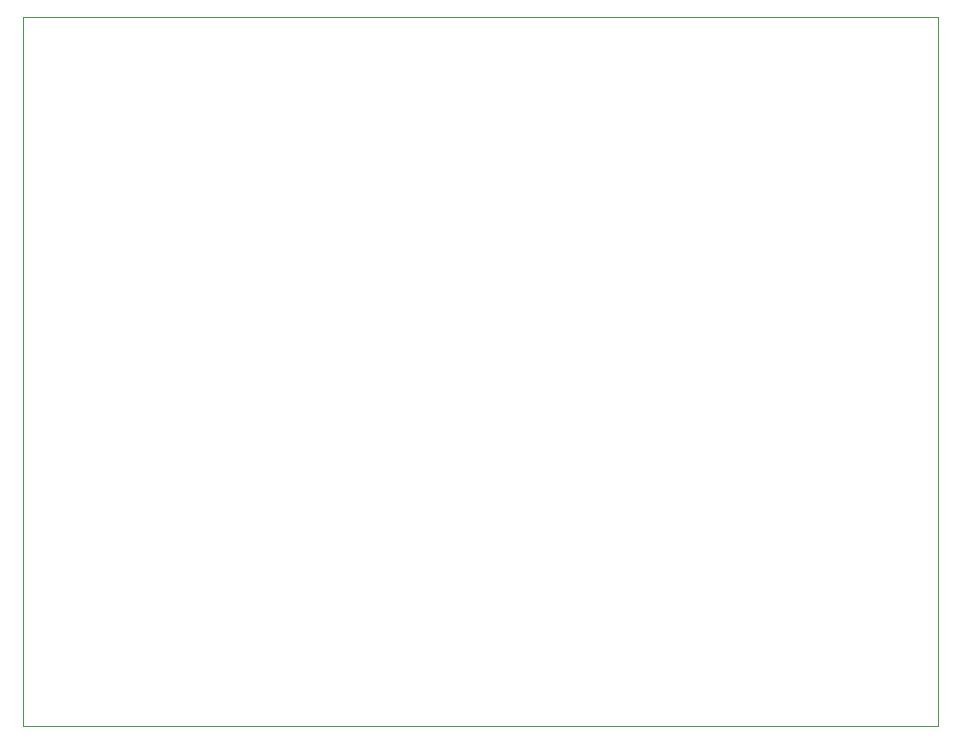
<source format=gbr>
%TF.GenerationSoftware,Altium Limited,Altium Designer,22.2.1 (43)*%
G04 Layer_Color=0*
%FSLAX26Y26*%
%MOIN*%
%TF.SameCoordinates,FBDAFD36-F916-462A-90D8-3015B88DE517*%
%TF.FilePolarity,Positive*%
%TF.FileFunction,Profile,NP*%
%TF.Part,Single*%
G01*
G75*
%TA.AperFunction,Profile*%
%ADD159C,0.001000*%
D159*
X984252Y1614173D02*
X4035433D01*
X4035433Y3976378D01*
X984252D01*
Y1614173D01*
%TF.MD5,982b8274750b716c1565774dfc119042*%
M02*

</source>
